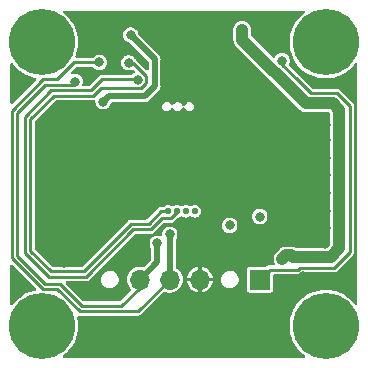
<source format=gbr>
%TF.GenerationSoftware,KiCad,Pcbnew,7.0.10*%
%TF.CreationDate,2024-03-24T13:51:37+01:00*%
%TF.ProjectId,CSI2-SPY-22-1A,43534932-2d53-4505-992d-32322d31412e,rev?*%
%TF.SameCoordinates,Original*%
%TF.FileFunction,Copper,L3,Inr*%
%TF.FilePolarity,Positive*%
%FSLAX46Y46*%
G04 Gerber Fmt 4.6, Leading zero omitted, Abs format (unit mm)*
G04 Created by KiCad (PCBNEW 7.0.10) date 2024-03-24 13:51:37*
%MOMM*%
%LPD*%
G01*
G04 APERTURE LIST*
%TA.AperFunction,ComponentPad*%
%ADD10R,1.700000X1.700000*%
%TD*%
%TA.AperFunction,ComponentPad*%
%ADD11O,1.700000X1.700000*%
%TD*%
%TA.AperFunction,ComponentPad*%
%ADD12C,5.600000*%
%TD*%
%TA.AperFunction,ViaPad*%
%ADD13C,0.800000*%
%TD*%
%TA.AperFunction,ViaPad*%
%ADD14C,0.450000*%
%TD*%
%TA.AperFunction,ViaPad*%
%ADD15C,0.550000*%
%TD*%
%TA.AperFunction,ViaPad*%
%ADD16C,0.500000*%
%TD*%
%TA.AperFunction,Conductor*%
%ADD17C,0.250000*%
%TD*%
%TA.AperFunction,Conductor*%
%ADD18C,0.500000*%
%TD*%
%TA.AperFunction,Conductor*%
%ADD19C,1.000000*%
%TD*%
G04 APERTURE END LIST*
D10*
%TO.N,/IO0*%
%TO.C,J3*%
X21425000Y-23075000D03*
D11*
%TO.N,GND*%
X16345000Y-23075000D03*
%TO.N,/SCL*%
X13805000Y-23075000D03*
%TO.N,/SDA*%
X11265000Y-23075000D03*
%TD*%
D12*
%TO.N,unconnected-(H2-Pad1)*%
%TO.C,H2*%
X3000000Y-27000000D03*
%TD*%
%TO.N,unconnected-(H1-Pad1)*%
%TO.C,H1*%
X3000000Y-3000000D03*
%TD*%
%TO.N,unconnected-(H3-Pad1)*%
%TO.C,H3*%
X27000000Y-27000000D03*
%TD*%
%TO.N,unconnected-(H4-Pad1)*%
%TO.C,H4*%
X27000000Y-3000000D03*
%TD*%
D13*
%TO.N,GND*%
X16740000Y-950000D03*
X3000000Y-12750000D03*
X16750000Y-4350000D03*
X27000000Y-11250000D03*
D14*
X15000000Y-12000000D03*
D15*
X18100000Y-8300000D03*
D14*
X15750000Y-12000000D03*
D13*
X6930000Y-24170000D03*
D15*
X11850000Y-8775000D03*
D13*
X22125000Y-1075000D03*
X13550000Y-26130000D03*
X27000000Y-17250000D03*
X22500000Y-9250000D03*
D14*
X14250000Y-12000000D03*
D13*
X19970000Y-28810000D03*
X9070000Y-950000D03*
D14*
X15000000Y-15000000D03*
X14250000Y-13500000D03*
D13*
X12130000Y-950000D03*
X29250000Y-6000000D03*
X3000000Y-14250000D03*
X4840000Y-21650000D03*
X27000000Y-10000000D03*
X3000000Y-15750000D03*
X7060000Y-28810000D03*
D15*
X18107727Y-17332727D03*
D13*
X19970000Y-26050000D03*
D16*
X13000000Y-10550000D03*
D13*
X9500000Y-9250000D03*
X11270000Y-28810000D03*
X3000000Y-11250000D03*
D15*
X12625000Y-8650000D03*
D13*
X3000000Y-18750000D03*
X25100000Y-22800000D03*
X23650000Y-28810000D03*
X3000000Y-17250000D03*
X3000000Y-10000000D03*
X15610000Y-28810000D03*
D16*
X17000000Y-10550000D03*
D13*
X27000000Y-15750000D03*
X26950000Y-20060000D03*
X27000000Y-18750000D03*
D15*
X18100000Y-9025000D03*
D13*
X24750000Y-9250000D03*
X29250000Y-23750000D03*
D14*
X15750000Y-13500000D03*
X15000000Y-13500000D03*
D13*
X5830000Y-950000D03*
X27000000Y-14250000D03*
X750000Y-6000000D03*
X27000000Y-12750000D03*
X20500000Y-9250000D03*
D14*
X14250000Y-15000000D03*
D13*
X5250000Y-9250000D03*
D14*
X15750000Y-15000000D03*
D13*
X750000Y-23750000D03*
%TO.N,/IO0*%
X23310000Y-4540000D03*
X21425000Y-17750000D03*
%TO.N,/IO1*%
X18885000Y-18500000D03*
%TO.N,/SCL*%
X13805000Y-19250000D03*
X7850000Y-4700000D03*
%TO.N,/SDA*%
X12750000Y-20000000D03*
X5790000Y-6310000D03*
%TO.N,/VDD33*%
X23350000Y-21340000D03*
X24090000Y-21040000D03*
X19950000Y-1930000D03*
%TO.N,VCC*%
X8170000Y-8010000D03*
D15*
X15925000Y-17300000D03*
D13*
X10500000Y-2370000D03*
D15*
%TO.N,VDD*%
X15175000Y-17300000D03*
%TO.N,EQ{slash}SCL*%
X14425000Y-17300000D03*
D13*
X11080000Y-6170000D03*
%TO.N,ERC{slash}SDA*%
X10325000Y-4725000D03*
D15*
X13675000Y-17300000D03*
%TD*%
D17*
%TO.N,/IO0*%
X27705000Y-22075000D02*
X24799695Y-22075000D01*
X22260000Y-22240000D02*
X21425000Y-23075000D01*
X24555000Y-6125000D02*
X24555000Y-6135000D01*
X24634695Y-22240000D02*
X22260000Y-22240000D01*
X29030000Y-8390000D02*
X29030000Y-20750000D01*
X24799695Y-22075000D02*
X24634695Y-22240000D01*
X23310000Y-4880000D02*
X24555000Y-6125000D01*
X23310000Y-4540000D02*
X23310000Y-4880000D01*
X29030000Y-20750000D02*
X27705000Y-22075000D01*
X27960000Y-7320000D02*
X29030000Y-8390000D01*
X24555000Y-6135000D02*
X25740000Y-7320000D01*
X25740000Y-7320000D02*
X27960000Y-7320000D01*
%TO.N,/SCL*%
X6179418Y-25760000D02*
X11120000Y-25760000D01*
D18*
X13805000Y-19250000D02*
X13805000Y-23075000D01*
D17*
X3069746Y-6125000D02*
X425000Y-8769746D01*
X3059745Y-23875000D02*
X4294418Y-23875000D01*
X4294418Y-23875000D02*
X6179418Y-25760000D01*
X11120000Y-25760000D02*
X13805000Y-23075000D01*
X4294418Y-6125000D02*
X3069746Y-6125000D01*
X425000Y-8769746D02*
X425000Y-21240255D01*
X7850000Y-4700000D02*
X5719418Y-4700000D01*
X5719418Y-4700000D02*
X4294418Y-6125000D01*
X425000Y-21240255D02*
X3059745Y-23875000D01*
D18*
%TO.N,/SDA*%
X11265000Y-23075000D02*
X12750000Y-21590000D01*
D17*
X9710000Y-25310000D02*
X11265000Y-23755000D01*
X6365814Y-25310000D02*
X9710000Y-25310000D01*
X5790000Y-6310000D02*
X5525000Y-6575000D01*
D18*
X12750000Y-21590000D02*
X12750000Y-20000000D01*
D17*
X4480814Y-23425000D02*
X6365814Y-25310000D01*
X5525000Y-6575000D02*
X3256142Y-6575000D01*
X875000Y-8956142D02*
X875000Y-21053859D01*
X875000Y-21053859D02*
X3246141Y-23425000D01*
X3246141Y-23425000D02*
X4480814Y-23425000D01*
X11265000Y-23755000D02*
X11265000Y-23075000D01*
X3256142Y-6575000D02*
X875000Y-8956142D01*
D19*
%TO.N,/VDD33*%
X23350000Y-21340000D02*
X23650000Y-21040000D01*
X28165000Y-8691726D02*
X27623274Y-8150000D01*
X28165000Y-20448274D02*
X28165000Y-8691726D01*
X23650000Y-21040000D02*
X24090000Y-21040000D01*
X19950000Y-2760000D02*
X19950000Y-1930000D01*
X27453274Y-21160000D02*
X28165000Y-20448274D01*
X24090000Y-21040000D02*
X24210000Y-21160000D01*
X24210000Y-21160000D02*
X27453274Y-21160000D01*
X25340000Y-8150000D02*
X19950000Y-2760000D01*
X27623274Y-8150000D02*
X25340000Y-8150000D01*
D18*
%TO.N,VCC*%
X11684239Y-7560000D02*
X12520000Y-6724239D01*
X12520000Y-4390000D02*
X10500000Y-2370000D01*
X8170000Y-8010000D02*
X8620000Y-7560000D01*
X12520000Y-6724239D02*
X12520000Y-4390000D01*
X8620000Y-7560000D02*
X11684239Y-7560000D01*
D17*
%TO.N,EQ{slash}SCL*%
X11080000Y-6170000D02*
X11020000Y-6110000D01*
X12200000Y-18820000D02*
X13120000Y-17900000D01*
X1530000Y-20806396D02*
X3563604Y-22840000D01*
X14425000Y-17398529D02*
X14425000Y-17300000D01*
X10730000Y-18820000D02*
X12200000Y-18820000D01*
X11020000Y-6110000D02*
X8100000Y-6110000D01*
X3563604Y-22840000D02*
X6710000Y-22840000D01*
X13120000Y-17900000D02*
X13923529Y-17900000D01*
X13923529Y-17900000D02*
X14425000Y-17398529D01*
X1530000Y-9323604D02*
X1530000Y-20806396D01*
X7150000Y-7060000D02*
X3793604Y-7060000D01*
X8100000Y-6110000D02*
X7150000Y-7060000D01*
X3793604Y-7060000D02*
X1530000Y-9323604D01*
X6710000Y-22840000D02*
X10730000Y-18820000D01*
%TO.N,ERC{slash}SDA*%
X10543604Y-18370000D02*
X6523604Y-22390000D01*
X11805000Y-5869695D02*
X10660305Y-4725000D01*
X12013604Y-18370000D02*
X10543604Y-18370000D01*
X13675000Y-17300000D02*
X13083604Y-17300000D01*
X7337106Y-7510000D02*
X7952106Y-6895000D01*
X11805000Y-6470305D02*
X11805000Y-5869695D01*
X1980000Y-20620000D02*
X1980000Y-9510000D01*
X3980000Y-7510000D02*
X7337106Y-7510000D01*
X10660305Y-4725000D02*
X10325000Y-4725000D01*
X3750000Y-22390000D02*
X1980000Y-20620000D01*
X1980000Y-9510000D02*
X3980000Y-7510000D01*
X13083604Y-17300000D02*
X12013604Y-18370000D01*
X7952106Y-6895000D02*
X11380305Y-6895000D01*
X6523604Y-22390000D02*
X3750000Y-22390000D01*
X11380305Y-6895000D02*
X11805000Y-6470305D01*
%TD*%
%TA.AperFunction,Conductor*%
%TO.N,GND*%
G36*
X25211023Y-320185D02*
G01*
X25256778Y-372989D01*
X25266722Y-442147D01*
X25237697Y-505703D01*
X25215739Y-525630D01*
X25095040Y-611269D01*
X24839573Y-839570D01*
X24839570Y-839573D01*
X24611269Y-1095040D01*
X24412998Y-1374478D01*
X24247263Y-1674353D01*
X24116146Y-1990899D01*
X24021297Y-2320124D01*
X24021295Y-2320133D01*
X23963905Y-2657906D01*
X23963903Y-2657918D01*
X23944693Y-3000000D01*
X23963903Y-3342081D01*
X23963904Y-3342086D01*
X24021296Y-3679870D01*
X24116147Y-4009104D01*
X24209914Y-4235477D01*
X24247263Y-4325646D01*
X24412998Y-4625521D01*
X24611269Y-4904959D01*
X24839570Y-5160426D01*
X24839573Y-5160429D01*
X25095040Y-5388730D01*
X25095046Y-5388734D01*
X25095047Y-5388735D01*
X25374479Y-5587002D01*
X25674352Y-5752736D01*
X25990896Y-5883853D01*
X26320130Y-5978704D01*
X26657914Y-6036096D01*
X27000000Y-6055307D01*
X27342086Y-6036096D01*
X27679870Y-5978704D01*
X28009104Y-5883853D01*
X28325648Y-5752736D01*
X28625521Y-5587002D01*
X28904953Y-5388735D01*
X28929735Y-5366589D01*
X29001076Y-5302834D01*
X29160428Y-5160428D01*
X29388735Y-4904953D01*
X29474370Y-4784260D01*
X29529218Y-4740977D01*
X29598760Y-4734217D01*
X29660917Y-4766128D01*
X29695955Y-4826577D01*
X29699500Y-4856016D01*
X29699500Y-25143983D01*
X29679815Y-25211022D01*
X29627011Y-25256777D01*
X29557853Y-25266721D01*
X29494297Y-25237696D01*
X29474371Y-25215739D01*
X29388731Y-25095042D01*
X29160429Y-24839573D01*
X29160426Y-24839570D01*
X28904959Y-24611269D01*
X28625521Y-24412998D01*
X28325646Y-24247263D01*
X28260087Y-24220108D01*
X28009104Y-24116147D01*
X27862573Y-24073932D01*
X27679875Y-24021297D01*
X27679866Y-24021295D01*
X27342093Y-23963905D01*
X27342081Y-23963903D01*
X27000000Y-23944693D01*
X26657918Y-23963903D01*
X26657906Y-23963905D01*
X26320133Y-24021295D01*
X26320124Y-24021297D01*
X25990899Y-24116146D01*
X25990896Y-24116147D01*
X25898184Y-24154549D01*
X25674353Y-24247263D01*
X25374478Y-24412998D01*
X25095040Y-24611269D01*
X24839573Y-24839570D01*
X24839570Y-24839573D01*
X24611269Y-25095040D01*
X24412998Y-25374478D01*
X24247263Y-25674353D01*
X24116146Y-25990899D01*
X24021297Y-26320124D01*
X24021295Y-26320133D01*
X23963905Y-26657906D01*
X23963903Y-26657918D01*
X23944693Y-27000000D01*
X23963903Y-27342081D01*
X23963905Y-27342093D01*
X23993626Y-27517020D01*
X24021296Y-27679870D01*
X24116147Y-28009104D01*
X24188764Y-28184416D01*
X24247263Y-28325646D01*
X24412998Y-28625521D01*
X24611269Y-28904959D01*
X24839570Y-29160426D01*
X24839573Y-29160429D01*
X25095040Y-29388730D01*
X25215739Y-29474370D01*
X25259023Y-29529218D01*
X25265783Y-29598760D01*
X25233872Y-29660917D01*
X25173423Y-29695955D01*
X25143984Y-29699500D01*
X4856016Y-29699500D01*
X4788977Y-29679815D01*
X4743222Y-29627011D01*
X4733278Y-29557853D01*
X4762303Y-29494297D01*
X4784261Y-29474370D01*
X4904953Y-29388735D01*
X4962836Y-29337008D01*
X4985414Y-29316829D01*
X5160428Y-29160428D01*
X5388735Y-28904953D01*
X5587002Y-28625521D01*
X5752736Y-28325648D01*
X5883853Y-28009104D01*
X5978704Y-27679870D01*
X6036096Y-27342086D01*
X6055307Y-27000000D01*
X6036096Y-26657914D01*
X5978704Y-26320130D01*
X5970308Y-26290987D01*
X5970664Y-26221120D01*
X6008738Y-26162535D01*
X6072440Y-26133834D01*
X6109870Y-26134351D01*
X6116757Y-26135499D01*
X6116758Y-26135500D01*
X6116759Y-26135500D01*
X6124523Y-26136795D01*
X6132329Y-26137768D01*
X6132330Y-26137769D01*
X6132330Y-26137768D01*
X6132331Y-26137769D01*
X6184625Y-26135606D01*
X6189750Y-26135500D01*
X11068196Y-26135500D01*
X11093641Y-26138139D01*
X11096724Y-26138785D01*
X11104268Y-26140367D01*
X11135676Y-26136451D01*
X11151014Y-26135500D01*
X11151112Y-26135500D01*
X11151114Y-26135500D01*
X11171643Y-26132073D01*
X11176673Y-26131341D01*
X11228626Y-26124866D01*
X11228628Y-26124864D01*
X11236141Y-26122628D01*
X11243606Y-26120066D01*
X11243606Y-26120065D01*
X11243610Y-26120065D01*
X11282270Y-26099143D01*
X11289636Y-26095157D01*
X11294193Y-26092812D01*
X11309102Y-26085522D01*
X11341211Y-26069826D01*
X11341213Y-26069823D01*
X11347594Y-26065268D01*
X11353820Y-26060421D01*
X11353826Y-26060419D01*
X11389293Y-26021890D01*
X11392795Y-26018240D01*
X13279972Y-24131063D01*
X13341293Y-24097580D01*
X13410985Y-24102564D01*
X13412444Y-24103119D01*
X13502544Y-24138024D01*
X13703024Y-24175500D01*
X13703026Y-24175500D01*
X13906974Y-24175500D01*
X13906976Y-24175500D01*
X14107456Y-24138024D01*
X14297637Y-24064348D01*
X14471041Y-23956981D01*
X14621764Y-23819579D01*
X14744673Y-23656821D01*
X14835582Y-23474250D01*
X14891397Y-23278083D01*
X14910215Y-23075000D01*
X14896316Y-22924999D01*
X15254186Y-22924999D01*
X15254187Y-22925000D01*
X15867935Y-22925000D01*
X15845000Y-23003111D01*
X15845000Y-23146889D01*
X15867935Y-23225000D01*
X15254187Y-23225000D01*
X15259097Y-23277991D01*
X15314883Y-23474063D01*
X15314886Y-23474069D01*
X15405754Y-23656556D01*
X15528608Y-23819242D01*
X15679260Y-23956578D01*
X15852584Y-24063897D01*
X16042678Y-24137539D01*
X16195000Y-24166013D01*
X16195000Y-23556170D01*
X16202685Y-23559680D01*
X16309237Y-23575000D01*
X16380763Y-23575000D01*
X16487315Y-23559680D01*
X16495000Y-23556170D01*
X16495000Y-24166013D01*
X16647321Y-24137539D01*
X16837415Y-24063897D01*
X17010739Y-23956578D01*
X17161391Y-23819242D01*
X17284245Y-23656556D01*
X17375113Y-23474069D01*
X17375116Y-23474063D01*
X17430902Y-23277991D01*
X17435813Y-23225000D01*
X16822065Y-23225000D01*
X16845000Y-23146889D01*
X16845000Y-23118933D01*
X18130668Y-23118933D01*
X18158716Y-23277991D01*
X18161135Y-23291711D01*
X18230623Y-23452804D01*
X18230624Y-23452806D01*
X18230626Y-23452809D01*
X18321595Y-23575000D01*
X18335390Y-23593530D01*
X18469786Y-23706302D01*
X18547488Y-23745325D01*
X18626562Y-23785038D01*
X18626563Y-23785038D01*
X18626567Y-23785040D01*
X18797279Y-23825500D01*
X18797282Y-23825500D01*
X18928701Y-23825500D01*
X18928709Y-23825500D01*
X19059255Y-23810241D01*
X19224117Y-23750237D01*
X19370696Y-23653830D01*
X19491092Y-23526218D01*
X19578812Y-23374281D01*
X19629130Y-23206210D01*
X19639331Y-23031065D01*
X19608865Y-22858289D01*
X19539377Y-22697196D01*
X19529376Y-22683763D01*
X19434609Y-22556469D01*
X19300214Y-22443698D01*
X19300212Y-22443697D01*
X19143437Y-22364961D01*
X19143433Y-22364960D01*
X18972721Y-22324500D01*
X18841291Y-22324500D01*
X18736854Y-22336707D01*
X18710743Y-22339759D01*
X18710740Y-22339760D01*
X18545884Y-22399762D01*
X18545880Y-22399764D01*
X18399306Y-22496167D01*
X18399305Y-22496168D01*
X18278910Y-22623778D01*
X18191188Y-22775718D01*
X18140870Y-22943789D01*
X18140869Y-22943794D01*
X18130668Y-23118933D01*
X16845000Y-23118933D01*
X16845000Y-23003111D01*
X16822065Y-22925000D01*
X17435813Y-22925000D01*
X17435813Y-22924999D01*
X17430902Y-22872008D01*
X17375116Y-22675936D01*
X17375113Y-22675930D01*
X17284245Y-22493443D01*
X17161391Y-22330757D01*
X17010739Y-22193421D01*
X16837415Y-22086102D01*
X16647322Y-22012460D01*
X16495000Y-21983985D01*
X16495000Y-22593829D01*
X16487315Y-22590320D01*
X16380763Y-22575000D01*
X16309237Y-22575000D01*
X16202685Y-22590320D01*
X16195000Y-22593829D01*
X16195000Y-21983985D01*
X16042677Y-22012460D01*
X15852584Y-22086102D01*
X15679260Y-22193421D01*
X15528608Y-22330757D01*
X15405754Y-22493443D01*
X15314886Y-22675930D01*
X15314883Y-22675936D01*
X15259097Y-22872008D01*
X15254186Y-22924999D01*
X14896316Y-22924999D01*
X14891397Y-22871917D01*
X14835582Y-22675750D01*
X14833944Y-22672461D01*
X14775359Y-22554806D01*
X14744673Y-22493179D01*
X14655745Y-22375419D01*
X14621762Y-22330418D01*
X14471042Y-22193020D01*
X14471041Y-22193019D01*
X14406353Y-22152966D01*
X14364222Y-22126879D01*
X14317587Y-22074851D01*
X14305500Y-22021452D01*
X14305500Y-19708657D01*
X14325185Y-19641618D01*
X14327450Y-19638217D01*
X14385219Y-19554524D01*
X14385220Y-19554523D01*
X14441237Y-19406818D01*
X14460278Y-19250000D01*
X14458071Y-19231819D01*
X14441237Y-19093181D01*
X14419992Y-19037164D01*
X14385220Y-18945477D01*
X14295483Y-18815470D01*
X14177240Y-18710717D01*
X14177238Y-18710716D01*
X14177237Y-18710715D01*
X14037365Y-18637303D01*
X13883986Y-18599500D01*
X13883985Y-18599500D01*
X13726015Y-18599500D01*
X13726014Y-18599500D01*
X13572634Y-18637303D01*
X13432762Y-18710715D01*
X13314516Y-18815471D01*
X13224781Y-18945475D01*
X13224780Y-18945476D01*
X13168762Y-19093181D01*
X13149722Y-19249999D01*
X13149722Y-19250006D01*
X13150552Y-19256844D01*
X13139090Y-19325767D01*
X13092184Y-19377551D01*
X13024728Y-19395756D01*
X12989689Y-19388936D01*
X12989649Y-19389099D01*
X12986364Y-19388289D01*
X12983490Y-19387730D01*
X12982367Y-19387304D01*
X12828986Y-19349500D01*
X12828985Y-19349500D01*
X12671015Y-19349500D01*
X12671014Y-19349500D01*
X12517634Y-19387303D01*
X12377762Y-19460715D01*
X12259516Y-19565471D01*
X12169781Y-19695475D01*
X12169780Y-19695476D01*
X12113762Y-19843181D01*
X12094722Y-19999999D01*
X12094722Y-20000000D01*
X12113762Y-20156818D01*
X12169780Y-20304523D01*
X12169780Y-20304524D01*
X12227550Y-20388217D01*
X12249433Y-20454571D01*
X12249500Y-20458657D01*
X12249500Y-21331323D01*
X12229815Y-21398362D01*
X12213181Y-21419004D01*
X11658118Y-21974066D01*
X11596795Y-22007551D01*
X11547652Y-22008274D01*
X11366976Y-21974500D01*
X11163024Y-21974500D01*
X10962544Y-22011976D01*
X10962541Y-22011976D01*
X10962541Y-22011977D01*
X10772364Y-22085651D01*
X10772357Y-22085655D01*
X10598960Y-22193017D01*
X10598958Y-22193019D01*
X10448237Y-22330418D01*
X10325327Y-22493178D01*
X10234422Y-22675739D01*
X10234417Y-22675752D01*
X10178602Y-22871917D01*
X10159785Y-23074999D01*
X10159785Y-23075000D01*
X10178602Y-23278082D01*
X10234417Y-23474247D01*
X10234422Y-23474260D01*
X10323838Y-23653830D01*
X10325327Y-23656821D01*
X10448236Y-23819579D01*
X10467949Y-23837549D01*
X10504231Y-23897258D01*
X10502472Y-23967105D01*
X10472093Y-24016868D01*
X9590781Y-24898181D01*
X9529458Y-24931666D01*
X9503100Y-24934500D01*
X6572713Y-24934500D01*
X6505674Y-24914815D01*
X6485032Y-24898181D01*
X5014033Y-23427181D01*
X4980548Y-23365858D01*
X4985532Y-23296166D01*
X5027404Y-23240233D01*
X5092868Y-23215816D01*
X5101714Y-23215500D01*
X6658196Y-23215500D01*
X6683641Y-23218139D01*
X6686724Y-23218785D01*
X6694268Y-23220367D01*
X6725676Y-23216451D01*
X6741014Y-23215500D01*
X6741112Y-23215500D01*
X6741114Y-23215500D01*
X6761643Y-23212073D01*
X6766673Y-23211341D01*
X6818626Y-23204866D01*
X6818628Y-23204864D01*
X6826141Y-23202628D01*
X6833606Y-23200066D01*
X6833606Y-23200065D01*
X6833610Y-23200065D01*
X6879636Y-23175157D01*
X6884193Y-23172812D01*
X6899102Y-23165522D01*
X6931211Y-23149826D01*
X6931213Y-23149823D01*
X6937594Y-23145268D01*
X6943820Y-23140421D01*
X6943826Y-23140419D01*
X6963604Y-23118933D01*
X7970668Y-23118933D01*
X7998716Y-23277991D01*
X8001135Y-23291711D01*
X8070623Y-23452804D01*
X8070624Y-23452806D01*
X8070626Y-23452809D01*
X8161595Y-23575000D01*
X8175390Y-23593530D01*
X8309786Y-23706302D01*
X8387488Y-23745325D01*
X8466562Y-23785038D01*
X8466563Y-23785038D01*
X8466567Y-23785040D01*
X8637279Y-23825500D01*
X8637282Y-23825500D01*
X8768701Y-23825500D01*
X8768709Y-23825500D01*
X8899255Y-23810241D01*
X9064117Y-23750237D01*
X9210696Y-23653830D01*
X9331092Y-23526218D01*
X9418812Y-23374281D01*
X9469130Y-23206210D01*
X9479331Y-23031065D01*
X9448865Y-22858289D01*
X9379377Y-22697196D01*
X9369376Y-22683763D01*
X9274609Y-22556469D01*
X9140214Y-22443698D01*
X9140212Y-22443697D01*
X8983437Y-22364961D01*
X8983433Y-22364960D01*
X8812721Y-22324500D01*
X8681291Y-22324500D01*
X8576854Y-22336707D01*
X8550743Y-22339759D01*
X8550740Y-22339760D01*
X8385884Y-22399762D01*
X8385880Y-22399764D01*
X8239306Y-22496167D01*
X8239305Y-22496168D01*
X8118910Y-22623778D01*
X8031188Y-22775718D01*
X7980870Y-22943789D01*
X7980869Y-22943794D01*
X7970668Y-23118933D01*
X6963604Y-23118933D01*
X6979293Y-23101890D01*
X6982795Y-23098240D01*
X10849218Y-19231819D01*
X10910541Y-19198334D01*
X10936899Y-19195500D01*
X12148196Y-19195500D01*
X12173641Y-19198139D01*
X12176724Y-19198785D01*
X12184268Y-19200367D01*
X12215676Y-19196451D01*
X12231014Y-19195500D01*
X12231112Y-19195500D01*
X12231114Y-19195500D01*
X12251643Y-19192073D01*
X12256673Y-19191341D01*
X12308626Y-19184866D01*
X12308628Y-19184864D01*
X12316141Y-19182628D01*
X12323606Y-19180066D01*
X12323606Y-19180065D01*
X12323610Y-19180065D01*
X12369636Y-19155157D01*
X12374193Y-19152812D01*
X12389102Y-19145522D01*
X12421211Y-19129826D01*
X12421213Y-19129823D01*
X12427594Y-19125268D01*
X12433820Y-19120421D01*
X12433826Y-19120419D01*
X12469293Y-19081890D01*
X12472795Y-19078240D01*
X13051037Y-18500000D01*
X18229722Y-18500000D01*
X18248762Y-18656818D01*
X18269203Y-18710715D01*
X18304780Y-18804523D01*
X18394517Y-18934530D01*
X18512760Y-19039283D01*
X18512762Y-19039284D01*
X18652634Y-19112696D01*
X18806014Y-19150500D01*
X18806015Y-19150500D01*
X18963985Y-19150500D01*
X19117365Y-19112696D01*
X19154547Y-19093181D01*
X19257240Y-19039283D01*
X19375483Y-18934530D01*
X19465220Y-18804523D01*
X19521237Y-18656818D01*
X19540278Y-18500000D01*
X19523607Y-18362696D01*
X19521237Y-18343181D01*
X19489715Y-18260065D01*
X19465220Y-18195477D01*
X19375483Y-18065470D01*
X19257240Y-17960717D01*
X19257238Y-17960716D01*
X19257237Y-17960715D01*
X19117365Y-17887303D01*
X18963986Y-17849500D01*
X18963985Y-17849500D01*
X18806015Y-17849500D01*
X18806014Y-17849500D01*
X18652634Y-17887303D01*
X18512762Y-17960715D01*
X18394516Y-18065471D01*
X18304781Y-18195475D01*
X18304780Y-18195476D01*
X18248762Y-18343181D01*
X18229722Y-18499999D01*
X18229722Y-18500000D01*
X13051037Y-18500000D01*
X13239218Y-18311819D01*
X13300541Y-18278334D01*
X13326899Y-18275500D01*
X13871725Y-18275500D01*
X13897170Y-18278139D01*
X13900253Y-18278785D01*
X13907797Y-18280367D01*
X13939205Y-18276451D01*
X13954543Y-18275500D01*
X13954641Y-18275500D01*
X13954643Y-18275500D01*
X13975172Y-18272073D01*
X13980202Y-18271341D01*
X14032155Y-18264866D01*
X14032157Y-18264864D01*
X14039670Y-18262628D01*
X14047135Y-18260066D01*
X14047135Y-18260065D01*
X14047139Y-18260065D01*
X14093165Y-18235157D01*
X14097722Y-18232812D01*
X14112631Y-18225522D01*
X14144740Y-18209826D01*
X14144742Y-18209823D01*
X14151123Y-18205268D01*
X14157349Y-18200421D01*
X14157355Y-18200419D01*
X14192822Y-18161890D01*
X14196324Y-18158240D01*
X14511926Y-17842638D01*
X14555636Y-17817407D01*
X14554674Y-17815085D01*
X14690016Y-17759025D01*
X14690019Y-17759023D01*
X14701779Y-17749999D01*
X14724513Y-17732554D01*
X14789680Y-17707359D01*
X14858125Y-17721396D01*
X14875484Y-17732552D01*
X14891082Y-17744521D01*
X14909980Y-17759023D01*
X14909981Y-17759023D01*
X14909982Y-17759024D01*
X15037817Y-17811974D01*
X15160702Y-17828152D01*
X15174999Y-17830035D01*
X15175000Y-17830035D01*
X15175001Y-17830035D01*
X15187947Y-17828330D01*
X15312183Y-17811974D01*
X15440018Y-17759024D01*
X15474513Y-17732554D01*
X15539680Y-17707359D01*
X15608125Y-17721396D01*
X15625484Y-17732552D01*
X15641082Y-17744521D01*
X15659980Y-17759023D01*
X15659981Y-17759023D01*
X15659982Y-17759024D01*
X15787817Y-17811974D01*
X15910702Y-17828152D01*
X15924999Y-17830035D01*
X15925000Y-17830035D01*
X15925001Y-17830035D01*
X15937947Y-17828330D01*
X16062183Y-17811974D01*
X16190018Y-17759024D01*
X16201778Y-17750000D01*
X20769722Y-17750000D01*
X20788762Y-17906818D01*
X20844780Y-18054523D01*
X20934517Y-18184530D01*
X21052760Y-18289283D01*
X21052762Y-18289284D01*
X21192634Y-18362696D01*
X21346014Y-18400500D01*
X21346015Y-18400500D01*
X21503985Y-18400500D01*
X21657365Y-18362696D01*
X21694547Y-18343181D01*
X21797240Y-18289283D01*
X21915483Y-18184530D01*
X22005220Y-18054523D01*
X22061237Y-17906818D01*
X22080278Y-17750000D01*
X22075101Y-17707359D01*
X22061237Y-17593181D01*
X22039992Y-17537164D01*
X22005220Y-17445477D01*
X21915483Y-17315470D01*
X21797240Y-17210717D01*
X21797238Y-17210716D01*
X21797237Y-17210715D01*
X21657365Y-17137303D01*
X21503986Y-17099500D01*
X21503985Y-17099500D01*
X21346015Y-17099500D01*
X21346014Y-17099500D01*
X21192634Y-17137303D01*
X21052762Y-17210715D01*
X20934516Y-17315471D01*
X20844781Y-17445475D01*
X20844780Y-17445476D01*
X20788762Y-17593181D01*
X20769722Y-17749999D01*
X20769722Y-17750000D01*
X16201778Y-17750000D01*
X16299791Y-17674791D01*
X16384024Y-17565018D01*
X16436974Y-17437183D01*
X16455035Y-17300000D01*
X16436974Y-17162817D01*
X16384024Y-17034983D01*
X16299791Y-16925209D01*
X16299789Y-16925208D01*
X16299789Y-16925207D01*
X16224514Y-16867446D01*
X16190018Y-16840976D01*
X16190017Y-16840975D01*
X16190015Y-16840974D01*
X16062186Y-16788027D01*
X16062184Y-16788026D01*
X16062183Y-16788026D01*
X15970727Y-16775985D01*
X15925001Y-16769965D01*
X15924999Y-16769965D01*
X15856408Y-16778995D01*
X15787817Y-16788026D01*
X15787816Y-16788026D01*
X15787813Y-16788027D01*
X15659984Y-16840974D01*
X15659982Y-16840976D01*
X15625486Y-16867446D01*
X15560316Y-16892640D01*
X15491872Y-16878601D01*
X15474513Y-16867445D01*
X15440019Y-16840976D01*
X15440016Y-16840975D01*
X15312186Y-16788027D01*
X15312184Y-16788026D01*
X15312183Y-16788026D01*
X15220727Y-16775985D01*
X15175001Y-16769965D01*
X15174999Y-16769965D01*
X15106408Y-16778995D01*
X15037817Y-16788026D01*
X15037816Y-16788026D01*
X15037813Y-16788027D01*
X14909984Y-16840974D01*
X14909982Y-16840976D01*
X14875486Y-16867446D01*
X14810316Y-16892640D01*
X14741872Y-16878601D01*
X14724513Y-16867445D01*
X14690019Y-16840976D01*
X14690016Y-16840975D01*
X14562186Y-16788027D01*
X14562184Y-16788026D01*
X14562183Y-16788026D01*
X14470727Y-16775985D01*
X14425001Y-16769965D01*
X14424999Y-16769965D01*
X14356408Y-16778995D01*
X14287817Y-16788026D01*
X14287816Y-16788026D01*
X14287813Y-16788027D01*
X14159984Y-16840974D01*
X14159982Y-16840976D01*
X14125486Y-16867446D01*
X14060316Y-16892640D01*
X13991872Y-16878601D01*
X13974513Y-16867445D01*
X13940019Y-16840976D01*
X13940016Y-16840975D01*
X13812186Y-16788027D01*
X13812184Y-16788026D01*
X13812183Y-16788026D01*
X13720727Y-16775985D01*
X13675001Y-16769965D01*
X13674999Y-16769965D01*
X13606408Y-16778995D01*
X13537817Y-16788026D01*
X13537816Y-16788026D01*
X13537813Y-16788027D01*
X13409984Y-16840974D01*
X13409982Y-16840976D01*
X13334526Y-16898876D01*
X13269357Y-16924070D01*
X13259040Y-16924500D01*
X13135407Y-16924500D01*
X13109962Y-16921861D01*
X13109143Y-16921689D01*
X13099336Y-16919633D01*
X13099335Y-16919633D01*
X13067927Y-16923548D01*
X13052589Y-16924500D01*
X13052489Y-16924500D01*
X13031985Y-16927920D01*
X13026925Y-16928657D01*
X12974986Y-16935132D01*
X12967446Y-16937377D01*
X12959997Y-16939934D01*
X12959994Y-16939935D01*
X12959990Y-16939936D01*
X12959987Y-16939938D01*
X12913971Y-16964840D01*
X12909416Y-16967185D01*
X12862395Y-16990172D01*
X12855985Y-16994748D01*
X12849778Y-16999579D01*
X12814322Y-17038094D01*
X12810776Y-17041789D01*
X11894385Y-17958181D01*
X11833062Y-17991666D01*
X11806704Y-17994500D01*
X10595407Y-17994500D01*
X10569962Y-17991861D01*
X10569032Y-17991666D01*
X10559336Y-17989633D01*
X10559335Y-17989633D01*
X10527927Y-17993548D01*
X10512589Y-17994500D01*
X10512489Y-17994500D01*
X10491985Y-17997920D01*
X10486925Y-17998657D01*
X10434986Y-18005132D01*
X10427446Y-18007377D01*
X10419997Y-18009934D01*
X10419994Y-18009935D01*
X10419990Y-18009936D01*
X10419987Y-18009938D01*
X10373971Y-18034840D01*
X10369416Y-18037185D01*
X10322395Y-18060172D01*
X10315985Y-18064748D01*
X10309778Y-18069579D01*
X10274321Y-18108095D01*
X10270775Y-18111790D01*
X6404385Y-21978181D01*
X6343062Y-22011666D01*
X6316704Y-22014500D01*
X3956899Y-22014500D01*
X3889860Y-21994815D01*
X3869218Y-21978181D01*
X2391819Y-20500781D01*
X2358334Y-20439458D01*
X2355500Y-20413100D01*
X2355500Y-9716899D01*
X2375185Y-9649860D01*
X2391819Y-9629218D01*
X4099218Y-7921819D01*
X4160541Y-7888334D01*
X4186899Y-7885500D01*
X7285302Y-7885500D01*
X7310747Y-7888139D01*
X7313830Y-7888785D01*
X7321374Y-7890367D01*
X7352782Y-7886451D01*
X7368120Y-7885500D01*
X7368218Y-7885500D01*
X7368220Y-7885500D01*
X7370292Y-7885154D01*
X7371147Y-7885257D01*
X7373336Y-7885076D01*
X7373373Y-7885525D01*
X7439659Y-7893524D01*
X7493488Y-7938068D01*
X7514690Y-8004643D01*
X7514722Y-8007459D01*
X7514722Y-8010000D01*
X7533762Y-8166818D01*
X7577209Y-8281377D01*
X7589780Y-8314523D01*
X7679517Y-8444530D01*
X7797760Y-8549283D01*
X7797762Y-8549284D01*
X7937634Y-8622696D01*
X8091014Y-8660500D01*
X8091015Y-8660500D01*
X8248985Y-8660500D01*
X8402365Y-8622696D01*
X8500378Y-8571254D01*
X8542240Y-8549283D01*
X8660483Y-8444530D01*
X8673961Y-8425003D01*
X13144508Y-8425003D01*
X13164352Y-8550300D01*
X13164352Y-8550301D01*
X13182805Y-8586517D01*
X13221950Y-8663342D01*
X13221952Y-8663344D01*
X13221954Y-8663347D01*
X13311652Y-8753045D01*
X13311654Y-8753046D01*
X13311658Y-8753050D01*
X13424696Y-8810646D01*
X13424697Y-8810646D01*
X13424699Y-8810647D01*
X13549997Y-8830492D01*
X13550000Y-8830492D01*
X13550003Y-8830492D01*
X13675300Y-8810647D01*
X13675301Y-8810647D01*
X13675302Y-8810646D01*
X13675304Y-8810646D01*
X13788342Y-8753050D01*
X13878050Y-8663342D01*
X13902016Y-8616305D01*
X13949990Y-8565511D01*
X14017811Y-8548716D01*
X14083946Y-8571254D01*
X14122983Y-8616305D01*
X14146950Y-8663342D01*
X14146952Y-8663344D01*
X14146954Y-8663347D01*
X14236652Y-8753045D01*
X14236654Y-8753046D01*
X14236658Y-8753050D01*
X14349696Y-8810646D01*
X14349697Y-8810646D01*
X14349699Y-8810647D01*
X14474997Y-8830492D01*
X14475000Y-8830492D01*
X14475003Y-8830492D01*
X14600300Y-8810647D01*
X14600301Y-8810647D01*
X14600302Y-8810646D01*
X14600304Y-8810646D01*
X14713342Y-8753050D01*
X14803050Y-8663342D01*
X14860646Y-8550304D01*
X14860646Y-8550302D01*
X14864515Y-8542710D01*
X14912490Y-8491914D01*
X14980311Y-8475119D01*
X15046446Y-8497657D01*
X15085485Y-8542710D01*
X15089353Y-8550302D01*
X15089354Y-8550304D01*
X15146950Y-8663342D01*
X15146952Y-8663344D01*
X15146954Y-8663347D01*
X15236652Y-8753045D01*
X15236654Y-8753046D01*
X15236658Y-8753050D01*
X15349696Y-8810646D01*
X15349697Y-8810646D01*
X15349699Y-8810647D01*
X15474997Y-8830492D01*
X15475000Y-8830492D01*
X15475003Y-8830492D01*
X15600300Y-8810647D01*
X15600301Y-8810647D01*
X15600302Y-8810646D01*
X15600304Y-8810646D01*
X15713342Y-8753050D01*
X15803050Y-8663342D01*
X15860646Y-8550304D01*
X15860646Y-8550302D01*
X15860647Y-8550301D01*
X15860647Y-8550300D01*
X15880492Y-8425003D01*
X15880492Y-8424996D01*
X15860647Y-8299699D01*
X15860647Y-8299698D01*
X15843676Y-8266391D01*
X15803050Y-8186658D01*
X15803046Y-8186654D01*
X15803045Y-8186652D01*
X15713347Y-8096954D01*
X15713344Y-8096952D01*
X15713342Y-8096950D01*
X15600304Y-8039354D01*
X15600303Y-8039353D01*
X15600300Y-8039352D01*
X15475003Y-8019508D01*
X15474997Y-8019508D01*
X15349699Y-8039352D01*
X15349698Y-8039352D01*
X15296776Y-8066318D01*
X15236658Y-8096950D01*
X15236657Y-8096951D01*
X15236652Y-8096954D01*
X15146954Y-8186652D01*
X15146949Y-8186659D01*
X15085484Y-8307290D01*
X15037510Y-8358085D01*
X14969689Y-8374880D01*
X14903554Y-8352342D01*
X14864516Y-8307290D01*
X14817913Y-8215829D01*
X14803050Y-8186658D01*
X14803047Y-8186655D01*
X14803045Y-8186652D01*
X14713347Y-8096954D01*
X14713344Y-8096952D01*
X14713342Y-8096950D01*
X14600304Y-8039354D01*
X14600303Y-8039353D01*
X14600300Y-8039352D01*
X14475003Y-8019508D01*
X14474997Y-8019508D01*
X14349699Y-8039352D01*
X14349698Y-8039352D01*
X14296776Y-8066318D01*
X14236658Y-8096950D01*
X14236657Y-8096951D01*
X14236652Y-8096954D01*
X14146954Y-8186652D01*
X14146949Y-8186659D01*
X14122984Y-8233693D01*
X14075009Y-8284488D01*
X14007188Y-8301283D01*
X13941054Y-8278745D01*
X13902016Y-8233693D01*
X13892071Y-8214176D01*
X13878050Y-8186658D01*
X13878047Y-8186655D01*
X13878045Y-8186652D01*
X13788347Y-8096954D01*
X13788344Y-8096952D01*
X13788342Y-8096950D01*
X13675304Y-8039354D01*
X13675303Y-8039353D01*
X13675300Y-8039352D01*
X13550003Y-8019508D01*
X13549997Y-8019508D01*
X13424699Y-8039352D01*
X13424698Y-8039352D01*
X13371776Y-8066318D01*
X13311658Y-8096950D01*
X13311657Y-8096951D01*
X13311652Y-8096954D01*
X13221954Y-8186652D01*
X13221951Y-8186657D01*
X13221950Y-8186658D01*
X13207087Y-8215829D01*
X13164352Y-8299698D01*
X13164352Y-8299699D01*
X13144508Y-8424996D01*
X13144508Y-8425003D01*
X8673961Y-8425003D01*
X8750220Y-8314523D01*
X8806237Y-8166818D01*
X8808032Y-8159536D01*
X8810006Y-8160022D01*
X8833529Y-8105373D01*
X8891464Y-8066318D01*
X8929001Y-8060500D01*
X11617096Y-8060500D01*
X11643454Y-8063334D01*
X11648166Y-8064359D01*
X11697700Y-8060815D01*
X11706547Y-8060500D01*
X11720038Y-8060500D01*
X11733395Y-8058579D01*
X11742190Y-8057633D01*
X11791722Y-8054091D01*
X11796231Y-8052408D01*
X11821924Y-8045850D01*
X11826696Y-8045165D01*
X11871876Y-8024530D01*
X11880040Y-8021149D01*
X11926570Y-8003796D01*
X11930428Y-8000907D01*
X11953234Y-7987375D01*
X11957612Y-7985377D01*
X11995138Y-7952859D01*
X12002017Y-7947316D01*
X12012832Y-7939221D01*
X12022394Y-7929658D01*
X12028844Y-7923653D01*
X12066382Y-7891128D01*
X12068990Y-7887068D01*
X12085620Y-7866431D01*
X12826431Y-7125620D01*
X12847068Y-7108990D01*
X12851128Y-7106382D01*
X12883653Y-7068844D01*
X12889658Y-7062394D01*
X12899221Y-7052832D01*
X12907316Y-7042017D01*
X12912859Y-7035138D01*
X12945377Y-6997612D01*
X12947375Y-6993234D01*
X12960907Y-6970428D01*
X12963796Y-6966570D01*
X12981149Y-6920040D01*
X12984534Y-6911869D01*
X13005165Y-6866696D01*
X13005850Y-6861924D01*
X13012409Y-6836231D01*
X13014091Y-6831722D01*
X13017633Y-6782190D01*
X13018580Y-6773387D01*
X13020500Y-6760038D01*
X13020500Y-6746547D01*
X13020816Y-6737700D01*
X13024359Y-6688166D01*
X13023332Y-6683445D01*
X13020500Y-6657097D01*
X13020500Y-4457137D01*
X13023334Y-4430778D01*
X13024358Y-4426073D01*
X13020816Y-4376547D01*
X13020500Y-4367701D01*
X13020500Y-4354200D01*
X13018579Y-4340845D01*
X13017632Y-4332035D01*
X13014091Y-4282519D01*
X13014091Y-4282515D01*
X13012408Y-4278004D01*
X13005851Y-4252316D01*
X13005165Y-4247543D01*
X12984536Y-4202372D01*
X12981149Y-4194195D01*
X12974391Y-4176080D01*
X12963795Y-4147669D01*
X12960908Y-4143813D01*
X12947379Y-4121012D01*
X12945377Y-4116627D01*
X12912857Y-4079097D01*
X12907304Y-4072206D01*
X12899220Y-4061406D01*
X12899214Y-4061400D01*
X12899210Y-4061395D01*
X12889676Y-4051861D01*
X12883643Y-4045382D01*
X12851129Y-4007858D01*
X12851125Y-4007854D01*
X12847066Y-4005246D01*
X12826428Y-3988614D01*
X11575839Y-2738025D01*
X19194710Y-2738025D01*
X19199028Y-2787368D01*
X19199500Y-2798176D01*
X19199500Y-2803711D01*
X19203098Y-2834495D01*
X19203464Y-2838083D01*
X19210000Y-2912791D01*
X19211461Y-2919867D01*
X19211403Y-2919878D01*
X19213034Y-2927237D01*
X19213092Y-2927224D01*
X19214757Y-2934249D01*
X19214758Y-2934254D01*
X19214759Y-2934255D01*
X19238687Y-3000000D01*
X19240400Y-3004705D01*
X19241582Y-3008107D01*
X19265182Y-3079326D01*
X19268236Y-3085874D01*
X19268182Y-3085898D01*
X19271470Y-3092688D01*
X19271521Y-3092663D01*
X19274761Y-3099114D01*
X19315979Y-3161784D01*
X19317889Y-3164782D01*
X19348972Y-3215174D01*
X19357289Y-3228658D01*
X19361766Y-3234319D01*
X19361719Y-3234356D01*
X19366482Y-3240202D01*
X19366528Y-3240164D01*
X19371173Y-3245699D01*
X19425708Y-3297150D01*
X19428296Y-3299664D01*
X24764267Y-8635634D01*
X24776048Y-8649266D01*
X24786531Y-8663347D01*
X24790390Y-8668530D01*
X24828343Y-8700376D01*
X24836319Y-8707686D01*
X24840219Y-8711587D01*
X24864544Y-8730821D01*
X24867340Y-8733099D01*
X24891111Y-8753045D01*
X24924786Y-8781302D01*
X24924794Y-8781306D01*
X24930824Y-8785273D01*
X24930790Y-8785323D01*
X24937147Y-8789372D01*
X24937179Y-8789321D01*
X24943319Y-8793108D01*
X24943323Y-8793111D01*
X24980927Y-8810646D01*
X25011320Y-8824819D01*
X25014566Y-8826391D01*
X25081562Y-8860038D01*
X25088357Y-8862511D01*
X25088336Y-8862567D01*
X25095455Y-8865042D01*
X25095474Y-8864986D01*
X25102323Y-8867256D01*
X25102326Y-8867256D01*
X25102327Y-8867257D01*
X25175815Y-8882429D01*
X25179307Y-8883204D01*
X25252279Y-8900500D01*
X25252281Y-8900500D01*
X25259452Y-8901339D01*
X25259445Y-8901397D01*
X25266946Y-8902163D01*
X25266952Y-8902104D01*
X25274141Y-8902733D01*
X25274143Y-8902732D01*
X25274144Y-8902733D01*
X25349111Y-8900552D01*
X25352717Y-8900500D01*
X27261043Y-8900500D01*
X27328082Y-8920185D01*
X27348723Y-8936817D01*
X27378180Y-8966273D01*
X27411666Y-9027596D01*
X27414500Y-9053956D01*
X27414500Y-20086044D01*
X27394815Y-20153083D01*
X27378181Y-20173725D01*
X27178725Y-20373181D01*
X27117402Y-20406666D01*
X27091044Y-20409500D01*
X24541212Y-20409500D01*
X24488806Y-20397882D01*
X24418691Y-20365186D01*
X24415447Y-20363615D01*
X24384530Y-20348088D01*
X24348433Y-20329960D01*
X24348431Y-20329959D01*
X24348430Y-20329959D01*
X24341645Y-20327489D01*
X24341665Y-20327433D01*
X24334549Y-20324959D01*
X24334531Y-20325015D01*
X24327674Y-20322743D01*
X24254210Y-20307573D01*
X24250693Y-20306793D01*
X24177718Y-20289499D01*
X24170547Y-20288661D01*
X24170553Y-20288601D01*
X24163055Y-20287835D01*
X24163050Y-20287895D01*
X24155860Y-20287265D01*
X24080870Y-20289448D01*
X24077263Y-20289500D01*
X23713705Y-20289500D01*
X23695735Y-20288191D01*
X23671972Y-20284710D01*
X23626826Y-20288661D01*
X23622630Y-20289028D01*
X23611824Y-20289500D01*
X23606284Y-20289500D01*
X23575501Y-20293098D01*
X23571916Y-20293464D01*
X23497199Y-20300001D01*
X23490132Y-20301460D01*
X23490120Y-20301404D01*
X23482763Y-20303035D01*
X23482777Y-20303092D01*
X23475740Y-20304760D01*
X23405231Y-20330421D01*
X23401830Y-20331603D01*
X23330668Y-20355184D01*
X23324126Y-20358235D01*
X23324101Y-20358183D01*
X23317308Y-20361471D01*
X23317334Y-20361522D01*
X23310886Y-20364760D01*
X23248228Y-20405970D01*
X23245191Y-20407905D01*
X23181344Y-20447288D01*
X23175677Y-20451769D01*
X23175641Y-20451723D01*
X23169798Y-20456484D01*
X23169835Y-20456528D01*
X23164310Y-20461164D01*
X23112848Y-20515709D01*
X23110336Y-20518294D01*
X22788414Y-20840216D01*
X22706887Y-20943325D01*
X22632742Y-21102328D01*
X22597266Y-21274141D01*
X22597266Y-21274143D01*
X22597266Y-21274144D01*
X22602369Y-21449512D01*
X22602369Y-21449515D01*
X22602370Y-21449516D01*
X22647776Y-21618975D01*
X22681570Y-21681650D01*
X22696061Y-21750000D01*
X22671298Y-21815335D01*
X22615143Y-21856909D01*
X22572425Y-21864500D01*
X22311804Y-21864500D01*
X22286357Y-21861861D01*
X22275731Y-21859633D01*
X22275730Y-21859633D01*
X22244325Y-21863548D01*
X22228986Y-21864500D01*
X22228884Y-21864500D01*
X22208367Y-21867923D01*
X22203322Y-21868658D01*
X22183196Y-21871167D01*
X22151368Y-21875135D01*
X22143844Y-21877375D01*
X22136388Y-21879935D01*
X22090357Y-21904844D01*
X22085807Y-21907186D01*
X22038791Y-21930171D01*
X22032395Y-21934737D01*
X22018067Y-21945891D01*
X22016097Y-21943360D01*
X21970969Y-21970476D01*
X21939637Y-21974500D01*
X20550323Y-21974500D01*
X20477264Y-21989032D01*
X20477260Y-21989033D01*
X20394399Y-22044399D01*
X20339033Y-22127260D01*
X20339032Y-22127264D01*
X20324500Y-22200321D01*
X20324500Y-23949678D01*
X20339032Y-24022735D01*
X20339033Y-24022739D01*
X20339034Y-24022740D01*
X20394399Y-24105601D01*
X20477260Y-24160966D01*
X20477264Y-24160967D01*
X20550321Y-24175499D01*
X20550324Y-24175500D01*
X20550326Y-24175500D01*
X22299676Y-24175500D01*
X22299677Y-24175499D01*
X22372740Y-24160966D01*
X22455601Y-24105601D01*
X22510966Y-24022740D01*
X22525500Y-23949674D01*
X22525500Y-22739500D01*
X22545185Y-22672461D01*
X22597989Y-22626706D01*
X22649500Y-22615500D01*
X24582891Y-22615500D01*
X24608336Y-22618139D01*
X24611419Y-22618785D01*
X24618963Y-22620367D01*
X24650371Y-22616451D01*
X24665709Y-22615500D01*
X24665807Y-22615500D01*
X24665809Y-22615500D01*
X24686338Y-22612073D01*
X24691368Y-22611341D01*
X24743321Y-22604866D01*
X24743323Y-22604864D01*
X24750836Y-22602628D01*
X24758301Y-22600066D01*
X24758301Y-22600065D01*
X24758305Y-22600065D01*
X24804331Y-22575157D01*
X24808888Y-22572812D01*
X24823797Y-22565522D01*
X24855906Y-22549826D01*
X24855908Y-22549823D01*
X24862289Y-22545268D01*
X24868515Y-22540422D01*
X24868521Y-22540419D01*
X24904012Y-22501864D01*
X24907492Y-22498238D01*
X24918916Y-22486814D01*
X24980240Y-22453333D01*
X25006593Y-22450500D01*
X27653196Y-22450500D01*
X27678641Y-22453139D01*
X27681724Y-22453785D01*
X27689268Y-22455367D01*
X27720676Y-22451451D01*
X27736014Y-22450500D01*
X27736112Y-22450500D01*
X27736114Y-22450500D01*
X27756643Y-22447073D01*
X27761673Y-22446341D01*
X27813626Y-22439866D01*
X27813628Y-22439864D01*
X27821141Y-22437628D01*
X27828606Y-22435066D01*
X27828606Y-22435065D01*
X27828610Y-22435065D01*
X27874636Y-22410157D01*
X27879193Y-22407812D01*
X27895659Y-22399762D01*
X27926211Y-22384826D01*
X27926213Y-22384823D01*
X27932594Y-22380268D01*
X27938820Y-22375422D01*
X27938826Y-22375419D01*
X27974316Y-22336865D01*
X27977794Y-22333241D01*
X29258892Y-21052144D01*
X29278741Y-21036025D01*
X29287836Y-21030084D01*
X29307272Y-21005110D01*
X29317450Y-20993587D01*
X29317520Y-20993518D01*
X29329607Y-20976586D01*
X29332666Y-20972485D01*
X29346066Y-20955268D01*
X29364809Y-20931189D01*
X29364811Y-20931182D01*
X29368547Y-20924280D01*
X29372003Y-20917207D01*
X29372010Y-20917199D01*
X29386955Y-20866995D01*
X29388483Y-20862224D01*
X29405500Y-20812660D01*
X29405500Y-20812656D01*
X29406790Y-20804924D01*
X29407768Y-20797085D01*
X29405606Y-20744807D01*
X29405500Y-20739683D01*
X29405500Y-8441803D01*
X29408139Y-8416358D01*
X29408177Y-8416175D01*
X29410367Y-8405732D01*
X29406452Y-8374323D01*
X29405500Y-8358985D01*
X29405500Y-8358890D01*
X29405500Y-8358886D01*
X29402078Y-8338384D01*
X29401339Y-8333309D01*
X29398997Y-8314523D01*
X29394866Y-8281375D01*
X29394864Y-8281371D01*
X29392621Y-8273837D01*
X29390065Y-8266391D01*
X29390065Y-8266390D01*
X29365159Y-8220369D01*
X29362822Y-8215829D01*
X29362784Y-8215752D01*
X29339826Y-8168789D01*
X29339823Y-8168786D01*
X29339823Y-8168785D01*
X29335280Y-8162421D01*
X29330420Y-8156176D01*
X29330419Y-8156174D01*
X29291892Y-8120707D01*
X29288218Y-8117181D01*
X28262149Y-7091111D01*
X28246022Y-7071252D01*
X28240086Y-7062167D01*
X28240085Y-7062166D01*
X28240084Y-7062164D01*
X28215109Y-7042725D01*
X28203591Y-7032553D01*
X28203515Y-7032477D01*
X28186595Y-7020398D01*
X28182479Y-7017329D01*
X28141189Y-6985190D01*
X28134274Y-6981448D01*
X28127197Y-6977988D01*
X28077043Y-6963056D01*
X28072167Y-6961494D01*
X28022662Y-6944500D01*
X28014923Y-6943208D01*
X28007085Y-6942231D01*
X27956201Y-6944336D01*
X27954806Y-6944394D01*
X27949684Y-6944500D01*
X25946899Y-6944500D01*
X25879860Y-6924815D01*
X25859218Y-6908181D01*
X24889020Y-5937982D01*
X24865299Y-5904757D01*
X24864826Y-5903789D01*
X24864824Y-5903787D01*
X24864824Y-5903786D01*
X24860280Y-5897421D01*
X24855420Y-5891176D01*
X24855419Y-5891174D01*
X24816892Y-5855707D01*
X24813218Y-5852181D01*
X23923631Y-4962593D01*
X23890146Y-4901270D01*
X23895130Y-4831578D01*
X23895205Y-4831376D01*
X23946237Y-4696818D01*
X23965278Y-4540000D01*
X23950766Y-4420477D01*
X23946237Y-4383181D01*
X23910140Y-4288003D01*
X23890220Y-4235477D01*
X23800483Y-4105470D01*
X23682240Y-4000717D01*
X23682238Y-4000716D01*
X23682237Y-4000715D01*
X23542365Y-3927303D01*
X23388986Y-3889500D01*
X23388985Y-3889500D01*
X23231015Y-3889500D01*
X23231014Y-3889500D01*
X23077634Y-3927303D01*
X22937762Y-4000715D01*
X22819516Y-4105471D01*
X22729781Y-4235475D01*
X22726296Y-4242116D01*
X22724332Y-4241085D01*
X22688794Y-4288003D01*
X22623192Y-4312049D01*
X22555005Y-4296811D01*
X22527366Y-4275998D01*
X20736819Y-2485451D01*
X20703334Y-2424128D01*
X20700500Y-2397770D01*
X20700500Y-1886298D01*
X20700500Y-1886291D01*
X20685241Y-1755745D01*
X20625237Y-1590883D01*
X20575187Y-1514786D01*
X20528832Y-1444306D01*
X20528831Y-1444305D01*
X20401221Y-1323910D01*
X20249281Y-1236188D01*
X20249282Y-1236188D01*
X20081210Y-1185870D01*
X20081205Y-1185869D01*
X19906066Y-1175669D01*
X19906065Y-1175669D01*
X19848220Y-1185869D01*
X19733293Y-1206134D01*
X19733291Y-1206134D01*
X19733289Y-1206135D01*
X19733287Y-1206136D01*
X19572198Y-1275622D01*
X19572190Y-1275626D01*
X19431469Y-1380390D01*
X19318698Y-1514785D01*
X19318697Y-1514787D01*
X19239961Y-1671562D01*
X19239960Y-1671567D01*
X19202241Y-1830717D01*
X19199500Y-1842281D01*
X19199500Y-2696294D01*
X19198191Y-2714263D01*
X19194710Y-2738025D01*
X11575839Y-2738025D01*
X11178274Y-2340460D01*
X11144789Y-2279137D01*
X11142859Y-2267724D01*
X11136237Y-2213181D01*
X11110226Y-2144596D01*
X11080220Y-2065477D01*
X10990483Y-1935470D01*
X10872240Y-1830717D01*
X10872238Y-1830716D01*
X10872237Y-1830715D01*
X10732365Y-1757303D01*
X10578986Y-1719500D01*
X10578985Y-1719500D01*
X10421015Y-1719500D01*
X10421014Y-1719500D01*
X10267634Y-1757303D01*
X10127762Y-1830715D01*
X10009516Y-1935471D01*
X9919781Y-2065475D01*
X9919780Y-2065476D01*
X9863762Y-2213181D01*
X9844722Y-2369999D01*
X9844722Y-2370000D01*
X9863762Y-2526818D01*
X9919780Y-2674523D01*
X10009517Y-2804530D01*
X10127760Y-2909283D01*
X10127762Y-2909284D01*
X10267634Y-2982696D01*
X10267633Y-2982696D01*
X10416211Y-3019316D01*
X10474218Y-3052032D01*
X11983181Y-4560995D01*
X12016666Y-4622318D01*
X12019500Y-4648676D01*
X12019500Y-5253795D01*
X11999815Y-5320834D01*
X11947011Y-5366589D01*
X11877853Y-5376533D01*
X11814297Y-5347508D01*
X11807819Y-5341476D01*
X10962454Y-4496111D01*
X10946327Y-4476252D01*
X10940391Y-4467167D01*
X10940390Y-4467166D01*
X10940389Y-4467164D01*
X10940386Y-4467161D01*
X10933430Y-4459605D01*
X10934926Y-4458227D01*
X10911054Y-4425890D01*
X10908708Y-4427122D01*
X10905220Y-4420477D01*
X10879477Y-4383182D01*
X10815483Y-4290470D01*
X10697240Y-4185717D01*
X10697238Y-4185716D01*
X10697237Y-4185715D01*
X10557365Y-4112303D01*
X10403986Y-4074500D01*
X10403985Y-4074500D01*
X10246015Y-4074500D01*
X10246014Y-4074500D01*
X10092634Y-4112303D01*
X9952762Y-4185715D01*
X9933960Y-4202372D01*
X9843497Y-4282515D01*
X9834516Y-4290471D01*
X9744781Y-4420475D01*
X9744780Y-4420476D01*
X9688762Y-4568181D01*
X9669722Y-4724999D01*
X9669722Y-4725000D01*
X9688762Y-4881818D01*
X9735299Y-5004523D01*
X9744780Y-5029523D01*
X9834517Y-5159530D01*
X9952760Y-5264283D01*
X9952762Y-5264284D01*
X10092634Y-5337696D01*
X10246014Y-5375500D01*
X10246015Y-5375500D01*
X10403985Y-5375500D01*
X10557365Y-5337696D01*
X10597635Y-5316559D01*
X10666143Y-5302834D01*
X10731197Y-5328326D01*
X10742943Y-5338675D01*
X10803193Y-5398925D01*
X10836678Y-5460248D01*
X10831694Y-5529940D01*
X10789822Y-5585873D01*
X10773139Y-5596402D01*
X10707761Y-5630716D01*
X10625812Y-5703316D01*
X10562578Y-5733037D01*
X10543585Y-5734500D01*
X8151804Y-5734500D01*
X8126359Y-5731861D01*
X8115732Y-5729633D01*
X8084324Y-5733548D01*
X8068986Y-5734500D01*
X8068886Y-5734500D01*
X8048400Y-5737918D01*
X8043338Y-5738656D01*
X8033699Y-5739857D01*
X7991370Y-5745134D01*
X7983857Y-5747371D01*
X7976386Y-5749936D01*
X7930371Y-5774837D01*
X7925820Y-5777180D01*
X7878792Y-5800171D01*
X7872375Y-5804753D01*
X7866174Y-5809579D01*
X7830718Y-5848094D01*
X7827172Y-5851789D01*
X7030781Y-6648181D01*
X6969458Y-6681666D01*
X6943100Y-6684500D01*
X6523326Y-6684500D01*
X6456287Y-6664815D01*
X6410532Y-6612011D01*
X6400588Y-6542853D01*
X6407382Y-6516532D01*
X6426237Y-6466818D01*
X6445278Y-6310000D01*
X6426237Y-6153182D01*
X6370220Y-6005477D01*
X6280483Y-5875470D01*
X6162240Y-5770717D01*
X6162238Y-5770716D01*
X6162237Y-5770715D01*
X6022365Y-5697303D01*
X5868986Y-5659500D01*
X5868985Y-5659500D01*
X5711015Y-5659500D01*
X5711014Y-5659500D01*
X5585436Y-5690451D01*
X5515634Y-5687381D01*
X5458572Y-5647061D01*
X5432367Y-5582292D01*
X5445340Y-5513637D01*
X5468078Y-5482376D01*
X5838636Y-5111819D01*
X5899959Y-5078334D01*
X5926317Y-5075500D01*
X7253692Y-5075500D01*
X7320731Y-5095185D01*
X7355742Y-5129061D01*
X7358163Y-5132569D01*
X7359515Y-5134528D01*
X7359517Y-5134530D01*
X7477760Y-5239283D01*
X7477762Y-5239284D01*
X7617634Y-5312696D01*
X7771014Y-5350500D01*
X7771015Y-5350500D01*
X7928985Y-5350500D01*
X8082365Y-5312696D01*
X8101155Y-5302834D01*
X8222240Y-5239283D01*
X8340483Y-5134530D01*
X8430220Y-5004523D01*
X8486237Y-4856818D01*
X8505278Y-4700000D01*
X8489273Y-4568181D01*
X8486237Y-4543181D01*
X8454018Y-4458227D01*
X8430220Y-4395477D01*
X8340483Y-4265470D01*
X8222240Y-4160717D01*
X8222238Y-4160716D01*
X8222237Y-4160715D01*
X8082365Y-4087303D01*
X7928986Y-4049500D01*
X7928985Y-4049500D01*
X7771015Y-4049500D01*
X7771014Y-4049500D01*
X7617634Y-4087303D01*
X7477762Y-4160715D01*
X7359516Y-4265470D01*
X7357089Y-4268987D01*
X7355742Y-4270938D01*
X7301463Y-4314929D01*
X7253692Y-4324500D01*
X5938790Y-4324500D01*
X5871751Y-4304815D01*
X5825996Y-4252011D01*
X5816052Y-4182853D01*
X5824229Y-4153047D01*
X5826457Y-4147668D01*
X5883853Y-4009104D01*
X5978704Y-3679870D01*
X6036096Y-3342086D01*
X6055307Y-3000000D01*
X6036096Y-2657914D01*
X5978704Y-2320130D01*
X5883853Y-1990896D01*
X5752736Y-1674352D01*
X5587002Y-1374479D01*
X5388735Y-1095047D01*
X5388734Y-1095046D01*
X5388730Y-1095040D01*
X5160429Y-839573D01*
X5160426Y-839570D01*
X4904959Y-611269D01*
X4784261Y-525630D01*
X4740977Y-470782D01*
X4734217Y-401240D01*
X4766128Y-339083D01*
X4826577Y-304045D01*
X4856016Y-300500D01*
X25143984Y-300500D01*
X25211023Y-320185D01*
G37*
%TD.AperFunction*%
%TA.AperFunction,Conductor*%
G36*
X505703Y-21852441D02*
G01*
X512181Y-21858473D01*
X2453741Y-23800033D01*
X2487226Y-23861356D01*
X2482242Y-23931048D01*
X2440370Y-23986981D01*
X2386833Y-24009962D01*
X2320128Y-24021296D01*
X2320124Y-24021297D01*
X1990899Y-24116146D01*
X1990896Y-24116147D01*
X1898184Y-24154549D01*
X1674353Y-24247263D01*
X1374478Y-24412998D01*
X1095040Y-24611269D01*
X839573Y-24839570D01*
X839570Y-24839573D01*
X611268Y-25095042D01*
X525629Y-25215739D01*
X470781Y-25259022D01*
X401240Y-25265782D01*
X339083Y-25233871D01*
X304045Y-25173422D01*
X300500Y-25143983D01*
X300500Y-21946154D01*
X320185Y-21879115D01*
X372989Y-21833360D01*
X442147Y-21823416D01*
X505703Y-21852441D01*
G37*
%TD.AperFunction*%
%TA.AperFunction,Conductor*%
G36*
X505703Y-4762303D02*
G01*
X525628Y-4784259D01*
X558750Y-4830940D01*
X611269Y-4904959D01*
X839570Y-5160426D01*
X839573Y-5160429D01*
X1095040Y-5388730D01*
X1095046Y-5388734D01*
X1095047Y-5388735D01*
X1374479Y-5587002D01*
X1674352Y-5752736D01*
X1990896Y-5883853D01*
X2320130Y-5978704D01*
X2395379Y-5991489D01*
X2458174Y-6022125D01*
X2494437Y-6081847D01*
X2492656Y-6151694D01*
X2462289Y-6201418D01*
X512181Y-8151527D01*
X450858Y-8185012D01*
X381166Y-8180028D01*
X325233Y-8138156D01*
X300816Y-8072692D01*
X300500Y-8063846D01*
X300500Y-4856016D01*
X320185Y-4788977D01*
X372989Y-4743222D01*
X442147Y-4733278D01*
X505703Y-4762303D01*
G37*
%TD.AperFunction*%
%TD*%
M02*

</source>
